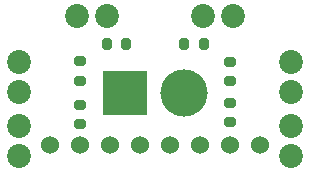
<source format=gbr>
%TF.GenerationSoftware,KiCad,Pcbnew,8.0.4*%
%TF.CreationDate,2024-10-21T10:59:18-07:00*%
%TF.ProjectId,adapter,61646170-7465-4722-9e6b-696361645f70,rev?*%
%TF.SameCoordinates,Original*%
%TF.FileFunction,Soldermask,Bot*%
%TF.FilePolarity,Negative*%
%FSLAX46Y46*%
G04 Gerber Fmt 4.6, Leading zero omitted, Abs format (unit mm)*
G04 Created by KiCad (PCBNEW 8.0.4) date 2024-10-21 10:59:18*
%MOMM*%
%LPD*%
G01*
G04 APERTURE LIST*
G04 Aperture macros list*
%AMRoundRect*
0 Rectangle with rounded corners*
0 $1 Rounding radius*
0 $2 $3 $4 $5 $6 $7 $8 $9 X,Y pos of 4 corners*
0 Add a 4 corners polygon primitive as box body*
4,1,4,$2,$3,$4,$5,$6,$7,$8,$9,$2,$3,0*
0 Add four circle primitives for the rounded corners*
1,1,$1+$1,$2,$3*
1,1,$1+$1,$4,$5*
1,1,$1+$1,$6,$7*
1,1,$1+$1,$8,$9*
0 Add four rect primitives between the rounded corners*
20,1,$1+$1,$2,$3,$4,$5,0*
20,1,$1+$1,$4,$5,$6,$7,0*
20,1,$1+$1,$6,$7,$8,$9,0*
20,1,$1+$1,$8,$9,$2,$3,0*%
G04 Aperture macros list end*
%ADD10C,2.020000*%
%ADD11R,3.800000X3.800000*%
%ADD12C,4.000000*%
%ADD13C,1.524000*%
%ADD14RoundRect,0.200000X0.275000X-0.200000X0.275000X0.200000X-0.275000X0.200000X-0.275000X-0.200000X0*%
%ADD15RoundRect,0.200000X-0.200000X-0.275000X0.200000X-0.275000X0.200000X0.275000X-0.200000X0.275000X0*%
%ADD16RoundRect,0.200000X0.200000X0.275000X-0.200000X0.275000X-0.200000X-0.275000X0.200000X-0.275000X0*%
%ADD17RoundRect,0.200000X-0.275000X0.200000X-0.275000X-0.200000X0.275000X-0.200000X0.275000X0.200000X0*%
G04 APERTURE END LIST*
D10*
%TO.C,J5*%
X84900000Y-81150000D03*
X82360000Y-81150000D03*
%TD*%
%TO.C,J3*%
X77500000Y-85050000D03*
X77500000Y-87590000D03*
%TD*%
%TO.C,J7*%
X100500000Y-93040000D03*
X100500000Y-90500000D03*
%TD*%
D11*
%TO.C,J8*%
X86450000Y-87750000D03*
D12*
X91450000Y-87750000D03*
%TD*%
D10*
%TO.C,J6*%
X100500000Y-85060000D03*
X100500000Y-87600000D03*
%TD*%
D13*
%TO.C,J1*%
X80060000Y-92100000D03*
X82600000Y-92100000D03*
X85140000Y-92100000D03*
X87680000Y-92100000D03*
X90220000Y-92100000D03*
X92760000Y-92100000D03*
X95300000Y-92100000D03*
X97840000Y-92100000D03*
%TD*%
D10*
%TO.C,J4*%
X95590000Y-81150000D03*
X93050000Y-81150000D03*
%TD*%
%TO.C,J2*%
X77500000Y-90500000D03*
X77500000Y-93040000D03*
%TD*%
D14*
%TO.C,R5*%
X95300000Y-86700000D03*
X95300000Y-85050000D03*
%TD*%
D15*
%TO.C,R3*%
X91450000Y-83600000D03*
X93100000Y-83600000D03*
%TD*%
D14*
%TO.C,R2*%
X82600000Y-86675000D03*
X82600000Y-85025000D03*
%TD*%
D16*
%TO.C,R4*%
X86550000Y-83600000D03*
X84900000Y-83600000D03*
%TD*%
D17*
%TO.C,R6*%
X95300000Y-88550000D03*
X95300000Y-90200000D03*
%TD*%
D14*
%TO.C,R1*%
X82600000Y-90375000D03*
X82600000Y-88725000D03*
%TD*%
M02*

</source>
